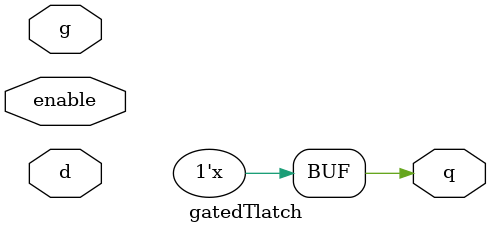
<source format=v>
module gatedTlatch(d,g,enable,q);
	input d,g,enable;
	output q;
	reg q;
	wire t;
	
	
	initial q=0;
	assign t=d&g;
	
	always@(enable or t)
	  begin

	    if(enable & t)
	     begin
	       q <= ~q;
	     end
	    else if(enable & ~t)
	     begin
	      q <= q;
	     end   
	  end
endmodule   
	  
	      
	

</source>
